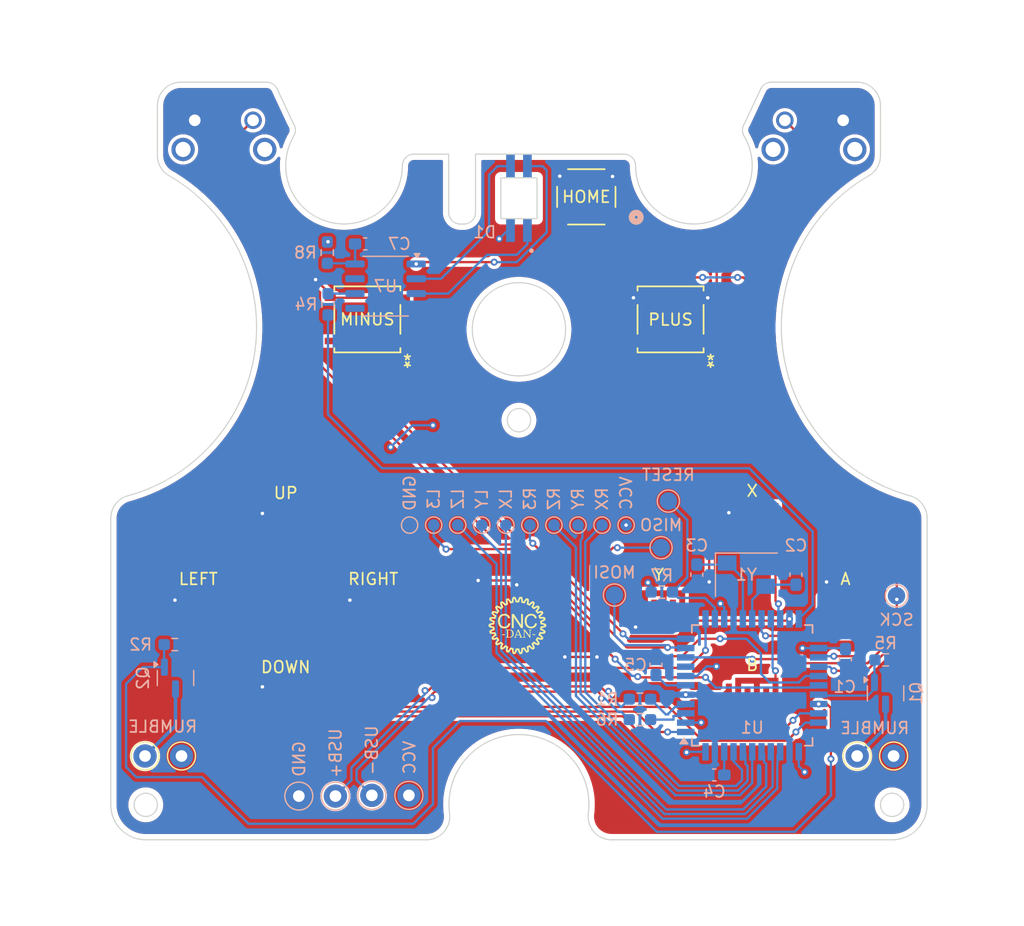
<source format=kicad_pcb>
(kicad_pcb (version 20240108) (generator "pcbnew") (generator_version "8.0")
  (layers (0 "F.Cu" signal) (31 "B.Cu" signal) (34 "B.Paste" user) (35 "F.Paste" user) (36 "B.SilkS" user "B.Silkscreen") (37 "F.SilkS" user "F.Silkscreen") (38 "B.Mask" user) (39 "F.Mask" user) (44 "Edge.Cuts" user))
  (net 0 "")
  (net 1 "GND")
  (net 2 "VCC")
  (net 3 "/A")
  (net 4 "/B")
  (net 5 "/X")
  (net 6 "/Y")
  (net 7 "/UP")
  (net 8 "/DOWN")
  (net 9 "/LEFT")
  (net 10 "/RIGHT")
  (net 11 "Net-(U1-XTAL1)")
  (net 12 "/R1")
  (net 13 "/L1")
  (net 14 "Net-(U1-XTAL2)")
  (net 15 "Net-(U1-AREF)")
  (net 16 "Net-(U1-UCAP)")
  (net 17 "/D22_P")
  (net 18 "/D22_N")
  (net 19 "/L3")
  (net 20 "/LX")
  (net 21 "/LZ")
  (net 22 "/LY")
  (net 23 "/RX LED")
  (net 24 "Net-(U1-~{RESET})")
  (net 25 "/RZ")
  (net 26 "/RY")
  (net 27 "/HOME")
  (net 28 "/R3")
  (net 29 "/SMALL_MOTOR")
  (net 30 "/MINUS")
  (net 31 "/RX")
  (net 32 "/LARGE_MOTOR")
  (net 33 "/PLUS")
  (net 38 "Net-(U7-VDD)")
  (net 39 "/LED")
  (net 40 "Net-(U7-DIN)")
  (net 41 "Net-(D1-GA)")
  (net 42 "Net-(D1-BA)")
  (net 44 "Net-(D1-RA)")
  (net 46 "/D_P")
  (net 47 "/D_N")
  (net 48 "Net-(Q1-D)")
  (net 49 "Net-(Q2-D)")
  (footprint "Parts:Membrane Button Small" (layer "F.Cu") (at 165 113.1 90)
    (property "Reference" "SW4" (hide yes))
    (property "Value" "Y")
  )
  (footprint "Parts:Membrane Button Small" (layer "F.Cu") (at 181 113.1 90)
    (property "Reference" "SW1" (hide yes))
    (property "Value" "A")
  )
  (footprint "TestPoint:TestPoint_THTPad_D2.0mm_Drill1.0mm" (layer "F.Cu") (at 124.0625 125.5625)
    (property "Reference" "M2_P1" (hide yes))
    (property "Value" "MOSI")
  )
  (footprint "Parts:SMT_FS" (layer "F.Cu") (at 140 88.1 180)
    (property "Reference" "U5" (hide yes))
    (property "Value" "MINUS")
  )
  (footprint "TestPoint:TestPoint_THTPad_D2.0mm_Drill1.0mm" (layer "F.Cu") (at 182 125.5625)
    (property "Reference" "M1_N1" (hide yes))
    (property "Value" "MOSI")
  )
  (footprint "TestPoint:TestPoint_THTPad_D2.0mm_Drill1.0mm" (layer "F.Cu") (at 120.9375 125.5625)
    (property "Reference" "M2_N1" (hide yes))
    (property "Value" "MOSI")
  )
  (footprint "Parts:Membrane Button Small" (layer "F.Cu") (at 125.5 113.1 90)
    (property "Reference" "SW7" (hide yes))
    (property "Value" "LEFT")
  )
  (footprint "Parts:MJTP1117" (layer "F.Cu") (at 174.8 73.52 180)
    (property "Reference" "U2" (hide yes))
    (property "Value" "~")
  )
  (footprint "TestPoint:TestPoint_THTPad_D2.0mm_Drill1.0mm" (layer "F.Cu") (at 185.125 125.5625)
    (property "Reference" "M1_P1" (hide yes))
    (property "Value" "MOSI")
  )
  (footprint "Parts:TL3315NF100Q_EWI" (layer "F.Cu") (at 158.774999 77.587712 180)
    (property "Reference" "SW9" (hide yes))
    (property "Value" "HOME")
  )
  (footprint "Parts:Membrane Button Small" (layer "F.Cu") (at 133 120.6 90)
    (property "Reference" "SW6" (hide yes))
    (property "Value" "DOWN")
  )
  (footprint "Parts:SMT_FS" (layer "F.Cu") (at 166 88.1 180)
    (property "Reference" "U6" (hide yes))
    (property "Value" "PLUS")
  )
  (footprint "Parts:Membrane Button Small" (layer "F.Cu") (at 140.5 113.1 90)
    (property "Reference" "SW8" (hide yes))
    (property "Value" "RIGHT")
  )
  (footprint "Parts:Membrane Button Small" (layer "F.Cu") (at 133 105.6 90)
    (property "Reference" "SW5" (hide yes))
    (property "Value" "UP")
  )
  (footprint "Parts:Membrane Button Small" (layer "F.Cu") (at 173 105.6 90)
    (property "Reference" "SW3" (hide yes))
    (property "Value" "X")
  )
  (footprint "Parts:Membrane Button Small" (layer "F.Cu") (at 173 120.6 90)
    (property "Reference" "SW2" (hide yes))
    (property "Value" "B")
  )
  (footprint "Capacitor_SMD:C_0603_1608Metric_Pad1.08x0.95mm_HandSolder" (layer "B.Cu") (at 168.25 110 90)
    (property "Reference" "C3")
    (property "Value" "22pF")
  )
  (footprint "TestPoint:TestPoint_Pad_D1.0mm" (layer "B.Cu") (at 151.875 105.75 180)
    (property "Reference" "LX1" (hide yes))
    (property "Value" "LX")
  )
  (footprint "Resistor_SMD:R_0603_1608Metric_Pad0.98x0.95mm_HandSolder" (layer "B.Cu") (at 136.625 86.8125 90)
    (property "Reference" "R4")
    (property "Value" "R33")
  )
  (footprint "TestPoint:TestPoint_THTPad_D2.0mm_Drill1.0mm" (layer "B.Cu") (at 140.3875 128.9375 90)
    (property "Reference" "USB-1" (hide yes))
    (property "Value" "USB-")
  )
  (footprint "TestPoint:TestPoint_THTPad_D2.0mm_Drill1.0mm" (layer "B.Cu") (at 134.125 129 90)
    (property "Reference" "GND2" (hide yes))
    (property "Value" "GND")
  )
  (footprint "Resistor_SMD:R_0603_1608Metric_Pad0.98x0.95mm_HandSolder" (layer "B.Cu") (at 123.4875 116 180)
    (property "Reference" "R2")
    (property "Value" "10K")
  )
  (footprint "Capacitor_SMD:C_0603_1608Metric_Pad1.08x0.95mm_HandSolder" (layer "B.Cu") (at 176.75 110 -90)
    (property "Reference" "C2")
    (property "Value" "22pF")
  )
  (footprint "Capacitor_SMD:C_0603_1608Metric_Pad1.08x0.95mm_HandSolder" (layer "B.Cu") (at 164.75 117.75 -90)
    (property "Reference" "C5")
    (property "Value" "1uF")
  )
  (footprint "Parts:MJTP1117" (layer "B.Cu") (at 131.2 73.52)
    (property "Reference" "U4" (hide yes))
    (property "Value" "~")
  )
  (footprint "TestPoint:TestPoint_Pad_D1.5mm" (layer "B.Cu") (at 161.1875 111.75 -90)
    (property "Reference" "MO_1" (hide yes))
    (property "Value" "MOSI")
  )
  (footprint "TestPoint:TestPoint_Pad_D1.0mm" (layer "B.Cu") (at 143.625 105.75 180)
    (property "Reference" "GND1" (hide yes))
    (property "Value" "GND")
  )
  (footprint "Package_TO_SOT_SMD:SOT-23" (layer "B.Cu") (at 184.4375 120.1875 -90)
    (property "Reference" "Q1")
    (property "Value" "2N7002")
  )
  (footprint "Capacitor_SMD:C_0603_1608Metric_Pad1.08x0.95mm_HandSolder" (layer "B.Cu") (at 139.8125 81.625 180)
    (property "Reference" "C7")
    (property "Value" "0.1uF")
  )
  (footprint "TestPoint:TestPoint_THTPad_D2.0mm_Drill1.0mm" (layer "B.Cu") (at 137.2625 129 90)
    (property "Reference" "USB+1" (hide yes))
    (property "Value" "USB+")
  )
  (footprint "TestPoint:TestPoint_Pad_D1.0mm" (layer "B.Cu") (at 149.8125 105.75 180)
    (property "Reference" "LY1" (hide yes))
    (property "Value" "LY")
  )
  (footprint "Resistor_SMD:R_0603_1608Metric_Pad0.98x0.95mm_HandSolder" (layer "B.Cu") (at 136.5625 82.375 -90)
    (property "Reference" "R8")
    (property "Value" "100R")
  )
  (footprint "TestPoint:TestPoint_Pad_D1.0mm" (layer "B.Cu") (at 147.75 105.75 180)
    (property "Reference" "LZ1" (hide yes))
    (property "Value" "LZ")
  )
  (footprint "Capacitor_SMD:C_0603_1608Metric_Pad1.08x0.95mm_HandSolder" (layer "B.Cu") (at 169.75 127.1875)
    (property "Reference" "C4")
    (property "Value" "0.1uF")
  )
  (footprint "TestPoint:TestPoint_Pad_D1.5mm" (layer "B.Cu") (at 165.8125 103.6875 -90)
    (property "Reference" "R_1" (hide yes))
    (property "Value" "RESET")
  )
  (footprint "TestPoint:TestPoint_Pad_D1.5mm" (layer "B.Cu") (at 165.1875 107.6875 180)
    (property "Reference" "MI_1" (hide yes))
    (property "Value" "MISO")
  )
  (footprint "Package_TO_SOT_SMD:SOT-23" (layer "B.Cu") (at 123.55 118.875 -90)
    (property "Reference" "Q2")
    (property "Value" "2N7002")
  )
  (footprint "Capacitor_SMD:C_0603_1608Metric_Pad1.08x0.95mm_HandSolder" (layer "B.Cu") (at 181 117.25 90)
    (property "Reference" "C1")
    (property "Value" "1uF")
  )
  (footprint "TestPoint:TestPoint_Pad_D1.0mm" (layer "B.Cu") (at 158.0625 105.75 180)
    (property "Reference" "RY1" (hide yes))
    (property "Value" "RY")
  )
  (footprint "Resistor_SMD:R_0603_1608Metric_Pad0.98x0.95mm_HandSolder" (layer "B.Cu") (at 184.4375 117.3125 180)
    (property "Reference" "R5")
    (property "Value" "10K")
  )
  (footprint "Resistor_SMD:R_0603_1608Metric_Pad0.98x0.95mm_HandSolder" (layer "B.Cu") (at 163.375 122.4375 180)
    (property "Reference" "R6")
    (property "Value" "22r")
  )
  (footprint "Resistor_SMD:R_0603_1608Metric_Pad0.98x0.95mm_HandSolder" (layer "B.Cu") (at 165.25 111.5 180)
    (property "Reference" "R7")
    (property "Value" "10K")
  )
  (footprint "TestPoint:TestPoint_Pad_D1.0mm" (layer "B.Cu") (at 145.6875 105.75 180)
    (property "Reference" "L3" (hide yes))
    (property "Value" "L3")
  )
  (footprint "Crystal:Crystal_SMD_5032-4Pin_5.0x3.2mm" (layer "B.Cu") (at 172.5 110)
    (property "Reference" "Y1")
    (property "Value" "Crystal_GND24")
  )
  (footprint "Package_QFP:TQFP-44_10x10mm_P0.8mm" (layer "B.Cu") (at 173 119.5)
    (property "Reference" "U1")
    (property "Value" "ATmega32U4-A")
  )
  (footprint "TestPoint:TestPoint_Pad_D1.0mm" (layer "B.Cu") (at 160.125 105.75 180)
    (property "Reference" "RX1" (hide yes))
    (property "Value" "RX")
  )
  (footprint "Resistor_SMD:R_0603_1608Metric_Pad0.98x0.95mm_HandSolder" (layer "B.Cu") (at 163.375 120.6875 180)
    (property "Reference" "R1")
    (property "Value" "22r")
  )
  (footprint "TestPoint:TestPoint_Pad_D1.0mm" (layer "B.Cu") (at 162.1875 105.75 180)
    (property "Reference" "VCC1" (hide yes))
    (property "Value" "VCC")
  )
  (footprint "Package_SO:SOP-8_3.9x4.9mm_P1.27mm" (layer "B.Cu") (at 141.5625 85.25 180)
    (property "Reference" "U7")
    (property "Value" "WS2811")
  )
  (footprint "TestPoint:TestPoint_Pad_D1.0mm" (layer "B.Cu") (at 156 105.75 180)
    (property "Reference" "RZ1" (hide yes))
    (property "Value" "RZ")
  )
  (footprint "TestPoint:TestPoint_THTPad_D2.0mm_Drill1.0mm" (layer "B.Cu") (at 143.5625 128.9375 90)
    (property "Reference" "VCC2" (hide yes))
    (property "Value" "VCC")
  )
  (footprint "TestPoint:TestPoint_Pad_D1.5mm" (layer "B.Cu") (at 185.375 111.8125 -90)
    (property "Reference" "S_1" (hide yes))
    (property "Value" "SCK")
  )
  (footprint "Parts:LED_T36K3BGR-05D000121U1930" (layer "B.Cu") (at 152.999999 77.706356 90)
    (property "Reference" "D1")
    (property "Value" "LED_BRGK")
  )
  (footprint "TestPoint:TestPoint_Pad_D1.0mm" (layer "B.Cu") (at 153.9375 105.75 180)
    (property "Reference" "R3" (hide yes))
    (property "Value" "R3")
  )
  (gr_poly (pts (xy 151.363051 113.975385) (xy 151.372461 113.85838) (xy 151.400692 113.744853) (xy 151.452137 113.644431) (xy 151.531192 113.566738) (xy 151.635407 113.516992) (xy 151.762332 113.50041) (xy 151.872371 113.515356) (xy 151.961964 113.560194) (xy 152.03192 113.637789) (xy 152.083051 113.751003) (xy 152.239051 113.714141) (xy 152.198622 113.611699) (xy 152.141659 113.525799) (xy 152.068164 113.456441) (xy 151.980043 113.405535) (xy 151.879205 113.374991) (xy 151.765651 113.36481) (xy 151.613671 113.382918) (xy 151.474979 113.437241) (xy 151.393671 113.492987) (xy 151.325808 113.563649) (xy 151.271392 113.649228) (xy 151.231647 113.747585) (xy 151.2078 113.856578) (xy 151.199851 113.97621) (xy 151.215692 114.142564) (xy 151.263217 114.297866) (xy 151.311909 114.38985) (xy 151.3735 114.466103) (xy 151.447989 114.526625) (xy 151.536968 114.570506) (xy 151.64203 114.596834) (xy 151.763176 114.60561) (xy 151.881585 114.5942) (xy 151.987189 114.559972) (xy 152.079985 114.502925) (xy 152.157522 114.424149) (xy 152.217344 114.324734) (xy 152.259451 114.204678) (xy 152.101051 114.164553) (xy 152.072601 114.257273) (xy 152.030876 114.333433) (xy 151.975876 114.393032) (xy 151.909693 114.435797) (xy 151.834418 114.461457) (xy 151.750051 114.47001) (xy 151.644303 114.455884) (xy 151.546323 114.413507) (xy 151.464603 114.342568) (xy 151.407639 114.24276) (xy 151.374198 114.118794)) (stroke (width 0.01)) (fill solid) (layer "F.SilkS"))
  (gr_poly (pts (xy 154.277931 114.559972) (xy 154.370728 114.502925) (xy 154.448265 114.424149) (xy 154.508087 114.324734) (xy 154.550194 114.204678) (xy 154.391794 114.164553) (xy 154.363344 114.257273) (xy 154.321619 114.333433) (xy 154.266619 114.393032) (xy 154.200436 114.435797) (xy 154.125161 114.461457) (xy 154.040794 114.47001) (xy 153.935046 114.455884) (xy 153.837066 114.413507) (xy 153.755346 114.342568) (xy 153.698381 114.24276) (xy 153.664941 114.118794) (xy 153.653794 113.975385) (xy 153.663204 113.85838) (xy 153.691434 113.744853) (xy 153.74288 113.644431) (xy 153.821934 113.566738) (xy 153.926149 113.516992) (xy 154.053075 113.50041) (xy 154.163114 113.515356) (xy 154.252706 113.560194) (xy 154.322663 113.637789) (xy 154.373794 113.751003) (xy 154.529794 113.714141) (xy 154.489365 113.611699) (xy 154.432402 113.525799) (xy 154.358906 113.456441) (xy 154.270786 113.405535) (xy 154.169948 113.374991) (xy 154.056394 113.36481) (xy 153.904413 113.382918) (xy 153.765722 113.437241) (xy 153.684414 113.492987) (xy 153.616551 113.563649) (xy 153.562134 113.649228) (xy 153.52239 113.747585) (xy 153.498543 113.856578) (xy 153.490594 113.97621) (xy 153.506435 114.142564) (xy 153.553959 114.297866) (xy 153.602652 114.38985) (xy 153.664243 114.466103) (xy 153.738731 114.526625) (xy 153.827711 114.570506) (xy 153.932773 114.596834) (xy 154.053919 114.60561) (xy 154.172328 114.5942)) (stroke (width 0.01)) (fill solid) (layer "F.SilkS"))
  (gr_poly (pts (xy 155.182952 114.988222) (xy 155.211851 114.870382) (xy 155.046028 114.754418) (xy 154.888163 114.694767) (xy 154.910764 114.504819) (xy 155.077589 114.488137) (xy 155.266486 114.415983) (xy 155.266345 114.294651) (xy 155.077589 114.221741) (xy 154.910035 114.201603) (xy 154.886522 114.011766) (xy 155.044507 113.955645) (xy 155.210648 113.840381) (xy 155.181474 113.722609) (xy 154.980754 113.69699) (xy 154.81325 113.717535) (xy 154.744989 113.538842) (xy 154.884953 113.446543) (xy 155.018682 113.294868) (xy 154.962171 113.1875) (xy 154.761152 113.210661) (xy 154.603432 113.270695) (xy 154.494391 113.11353) (xy 154.608199 112.990418) (xy 154.701744 112.811148) (xy 154.62118 112.720424) (xy 154.431546 112.791018) (xy 154.292776 112.887052) (xy 154.149291 112.76055) (xy 154.230329 112.613779) (xy 154.278253 112.417331) (xy 154.178319 112.348524) (xy 154.01109 112.462449) (xy 153.899335 112.588903) (xy 153.729745 112.500415) (xy 153.773304 112.338515) (xy 153.772823 112.136306) (xy 153.659325 112.093414) (xy 153.52422 112.24405) (xy 153.445974 112.393574) (xy 153.260136 112.348242) (xy 153.263684 112.180623) (xy 153.214825 111.984405) (xy 153.094361 111.969921) (xy 152.999231 112.148512) (xy 152.959042 112.312416) (xy 152.767756 112.312876) (xy 152.731087 112.149278) (xy 152.63669 111.970455) (xy 152.51626 111.985221) (xy 152.466633 112.181389) (xy 152.466838 112.350148) (xy 152.28122 112.396372) (xy 152.206464 112.246304) (xy 152.072015 112.095268) (xy 151.958618 112.138425) (xy 151.95738 112.340769) (xy 151.997965 112.504575) (xy 151.828803 112.593878) (xy 151.720306 112.46606) (xy 151.553619 112.351589) (xy 151.453845 112.420629) (xy 151.501067 112.61739) (xy 151.579674 112.766724) (xy 151.436799 112.893914) (xy 151.300866 112.795776) (xy 151.111628 112.724522) (xy 151.031276 112.815434) (xy 151.124213 112.995176) (xy 151.236275 113.121358) (xy 151.12799 113.279045) (xy 150.972521 113.216289) (xy 150.771729 113.192394) (xy 150.715469 113.299893) (xy 150.848721 113.452171) (xy 150.987723 113.547869) (xy 150.920322 113.726888) (xy 150.754352 113.703162) (xy 150.553676 113.728013) (xy 150.524777 113.845853) (xy 150.690599 113.961816) (xy 150.848464 114.021468) (xy 150.825864 114.211415) (xy 150.659039 114.228098) (xy 150.470141 114.300252) (xy 150.470283 114.421583) (xy 150.659039 114.494493) (xy 150.826592 114.514632) (xy 150.850105 114.704469) (xy 150.69212 114.76059) (xy 150.525979 114.875854) (xy 150.555154 114.993626) (xy 150.755873 115.019245) (xy 150.923377 114.9987) (xy 150.991638 115.177393) (xy 150.851675 115.269692) (xy 150.717946 115.421366) (xy 150.774457 115.528734) (xy 150.975475 115.505574) (xy 151.133195 115.44554) (xy 151.242236 115.602704) (xy 151.128429 115.725817) (xy 151.034884 115.905087) (xy 151.115448 115.995811) (xy 151.305082 115.925217) (xy 151.443852 115.829182) (xy 151.587336 115.955685) (xy 151.506298 116.102456) (xy 151.458374 116.298903) (xy 151.558308 116.367711) (xy 151.725538 116.253786) (xy 151.837293 116.127332) (xy 152.006882 116.21582) (xy 151.963324 116.37772) (xy 151.963805 116.579928) (xy 152.077302 116.622821) (xy 152.212408 116.472185) (xy 152.290653 116.322661) (xy 152.476491 116.367993) (xy 152.472943 116.535612) (xy 152.521802 116.73183) (xy 152.642266 116.746314) (xy 152.737397 116.567723) (xy 152.777585 116.403818) (xy 152.968871 116.403359) (xy 153.005541 116.566956) (xy 153.099938 116.74578) (xy 153.220368 116.731014) (xy 153.269994 116.534846) (xy 153.26979 116.366087) (xy 153.455408 116.319863) (xy 153.530163 116.469931) (xy 153.664612 116.620967) (xy 153.778009 116.57781) (xy 153.779247 116.375466) (xy 153.738662 116.211659) (xy 153.907824 116.122357) (xy 154.016321 116.250175) (xy 154.183009 116.364646) (xy 154.282782 116.295605) (xy 154.23556 116.098845) (xy 154.156953 115.949511) (xy 154.299828 115.82232) (xy 154.435761 115.920459) (xy 154.625 115.991713) (xy 154.705351 115.900801) (xy 154.612414 115.721059) (xy 154.500353 115.594876) (xy 154.608638 115.437189) (xy 154.764107 115.499945) (xy 154.964899 115.523841) (xy 155.021159 115.416341) (xy 154.887907 115.264064) (xy 154.748904 115.168366) (xy 154.816306 114.989347) (xy 154.982276 115.013073)) (stroke (width 0.15)) (fill none) (layer "F.SilkS"))
  (gr_poly (pts (xy 152.395254 113.38521) (xy 152.395254 114.58521) (xy 152.547654 114.58521) (xy 152.547654 113.643247) (xy 153.176641 114.58521) (xy 153.339654 114.58521) (xy 153.339654 113.38521) (xy 153.187254 113.38521) (xy 153.187254 114.327153) (xy 152.558266 113.38521)) (stroke (width 0.01)) (fill solid) (layer "F.SilkS"))
  (gr_line (start 172.468434 71.034455) (end 173.730788 68.327327) (stroke (width 0.1)) (layer "Edge.Cuts"))
  (gr_circle (center 121 129.75) (end 122 129.75) (stroke (width 0.1)) (fill none) (layer "Edge.Cuts"))
  (gr_arc (start 147.974998 79.92135) (mid 147.267892 79.628457) (end 146.974999 78.921352) (stroke (width 0.1)) (layer "Edge.Cuts"))
  (gr_arc (start 131.362929 67.75) (mid 131.900229 67.906609) (end 132.269238 68.327382) (stroke (width 0.1)) (layer "Edge.Cuts"))
  (gr_arc (start 147.049777 130.492911) (mid 152.999999 123.721642) (end 158.950221 130.492911) (stroke (width 0.1)) (layer "Edge.Cuts"))
  (gr_line (start 143.999997 73.92135) (end 146.974999 73.92135) (stroke (width 0.1)) (layer "Edge.Cuts"))
  (gr_arc (start 118 105.160804) (mid 118.409587 103.948126) (end 119.470588 103.232145) (stroke (width 0.1)) (layer "Edge.Cuts"))
  (gr_arc (start 123 75.776825) (mid 130.377576 90.679736) (end 119.470588 103.232145) (stroke (width 0.1)) (layer "Edge.Cuts"))
  (gr_arc (start 133.705153 71.372535) (mid 133.833508 71.873301) (end 133.694636 72.371253) (stroke (width 0.1)) (layer "Edge.Cuts"))
  (gr_line (start 149.274999 73.92135) (end 162 73.92135) (stroke (width 0.1)) (layer "Edge.Cuts"))
  (gr_line (start 146.974999 73.92135) (end 146.974999 78.921352) (stroke (width 0.1)) (layer "Edge.Cuts"))
  (gr_circle (center 153 96.75) (end 154 96.75) (stroke (width 0.1)) (fill none) (layer "Edge.Cuts"))
  (gr_line (start 132.269238 68.327382) (end 133.531553 71.034427) (stroke (width 0.1)) (layer "Edge.Cuts"))
  (gr_arc (start 160.93363 132.75) (mid 159.431269 132.070194) (end 158.950221 130.492911) (stroke (width 0.1)) (layer "Edge.Cuts"))
  (gr_arc (start 123 75.776825) (mid 122.267949 75.044774) (end 122 74.044774) (stroke (width 0.1)) (layer "Edge.Cuts"))
  (gr_line (start 149.274999 78.92135) (end 149.274999 73.92135) (stroke (width 0.1)) (layer "Edge.Cuts"))
  (gr_arc (start 172.468434 71.034455) (mid 172.384854 71.205146) (end 172.294846 71.372536) (stroke (width 0.1)) (layer "Edge.Cuts"))
  (gr_arc (start 133.705153 71.372535) (mid 133.615139 71.205131) (end 133.531553 71.034427) (stroke (width 0.1)) (layer "Edge.Cuts"))
  (gr_arc (start 172.305363 72.371255) (mid 169.320886 79.736028) (end 163.000003 74.920069) (stroke (width 0.1)) (layer "Edge.Cuts"))
  (gr_line (start 121.000001 132.75) (end 145.066371 132.75) (stroke (width 0.1)) (layer "Edge.Cuts"))
  (gr_line (start 188 129.75) (end 188 105.1608) (stroke (width 0.1)) (layer "Edge.Cuts"))
  (gr_arc (start 172.305363 72.371255) (mid 172.16649 71.873302) (end 172.294846 71.372536) (stroke (width 0.1)) (layer "Edge.Cuts"))
  (gr_arc (start 186.529412 103.232145) (mid 187.59041 103.948124) (end 188 105.1608) (stroke (width 0.1)) (layer "Edge.Cuts"))
  (gr_arc (start 188 129.75) (mid 187.12132 131.87132) (end 185 132.75) (stroke (width 0.1)) (layer "Edge.Cuts"))
  (gr_arc (start 121.000001 132.75) (mid 118.87868 131.87132) (end 118 129.749999) (stroke (width 0.1)) (layer "Edge.Cuts"))
  (gr_circle (center 153 88.95) (end 157 88.95) (stroke (width 0.1)) (fill none) (layer "Edge.Cuts"))
  (gr_arc (start 149.274999 78.92135) (mid 148.982107 79.628456) (end 148.275001 79.92135) (stroke (width 0.1)) (layer "Edge.Cuts"))
  (gr_line (start 160.93363 132.75) (end 185 132.75) (stroke (width 0.1)) (layer "Edge.Cuts"))
  (gr_line (start 182 67.75) (end 174.63707 67.75) (stroke (width 0.1)) (layer "Edge.Cuts"))
  (gr_arc (start 182 67.75) (mid 183.414214 68.335786) (end 184 69.75) (stroke (width 0.1)) (layer "Edge.Cuts"))
  (gr_arc (start 142.999995 74.920069) (mid 136.679111 79.736034) (end 133.694636 72.371253) (stroke (width 0.1)) (layer "Edge.Cuts"))
  (gr_arc (start 142.999995 74.920069) (mid 143.293342 74.21379) (end 143.999997 73.92135) (stroke (width 0.1)) (layer "Edge.Cuts"))
  (gr_line (start 118 105.160804) (end 118 129.749999) (stroke (width 0.1)) (layer "Edge.Cuts"))
  (gr_line (start 131.362929 67.75) (end 123.999998 67.75) (stroke (width 0.1)) (layer "Edge.Cuts"))
  (gr_line (start 147.974998 79.92135) (end 148.275001 79.92135) (stroke (width 0.1)) (layer "Edge.Cuts"))
  (gr_arc (start 122 69.749998) (mid 122.585786 68.335786) (end 123.999998 67.75) (stroke (width 0.1)) (layer "Edge.Cuts"))
  (gr_arc (start 147.049777 130.492911) (mid 146.568732 132.070193) (end 145.066371 132.75) (stroke (width 0.1)) (layer "Edge.Cuts"))
  (gr_circle (center 185 129.75) (end 186 129.75) (stroke (width 0.1)) (fill none) (layer "Edge.Cuts"))
  (gr_arc (start 184 74.0448) (mid 183.732046 75.044782) (end 183 75.776825) (stroke (width 0.1)) (layer "Edge.Cuts"))
  (gr_arc (start 186.529412 103.232145) (mid 175.622424 90.679736) (end 183 75.776825) (stroke (width 0.1)) (layer "Edge.Cuts"))
  (gr_arc (start 173.730788 68.327327) (mid 174.099787 67.906579) (end 174.63707 67.75) (stroke (width 0.1)) (layer "Edge.Cuts"))
  (gr_line (start 184 69.75) (end 184 74.0448) (stroke (width 0.1)) (layer "Edge.Cuts"))
  (gr_rect (start 151.449999 75.956356) (end 154.549999 79.456356) (stroke (width 0.1)) (fill none) (layer "Edge.Cuts"))
  (gr_line (start 122 74.044774) (end 122 69.749998) (stroke (width 0.1)) (layer "Edge.Cuts"))
  (gr_arc (start 162 73.92135) (mid 162.706671 74.213787) (end 163.000003 74.920069) (stroke (width 0.1)) (layer "Edge.Cuts"))
  (gr_text "RUMBLE" (at 186.5625 123.75 0) (layer "B.SilkS") (effects (font (size 1 1)) (justify left bottom mirror)))
  (gr_text "RUMBLE" (at 125.5 123.625 0) (layer "B.SilkS") (effects (font (size 1 1)) (justify left bottom mirror)))
  (gr_text "-DAN-" (at 151.515409 115.522835 0) (layer "F.SilkS") (effects (font (size 0.68 0.68)) (justify left bottom)))
  (segment (start 143.18135 86.2458) (end 136.81865 86.2458) (width 0.2) (layer "F.Cu") (net 1))
  (segment (start 159.6875 117.0625) (end 156.9375 117.0625) (width 0.2) (layer "F.Cu") (net 1))
  (segment (start 123.5 112.25) (end 123.5 112.1875) (width 0.2) (layer "F.Cu") (net 1))
  (segment (start 152.4375 110.5) (end 152.8125 110.875) (width 0.2) (layer "F.Cu") (net 1))
  (segment (start 179 112.25) (end 179 111) (width 0.2) (layer "F.Cu") (net 1))
  (segment (start 125.2 71.02) (end 125.27 71.02) (width 0.2) (layer "F.Cu") (net 1))
  (segment (start 169.3125 106.375) (end 171 104.6875) (width 0.2) (layer "F.Cu") (net 1))
  (segment (start 131 119.75) (end 131 119.625) (width 0.2) (layer "F.Cu") (net 1))
  (segment (start 136.81865 86.2458) (end 136.81865 85.94365) (width 0.2) (layer "F.Cu") (net 1))
  (segment (start 149.5 110.5) (end 152.4375 110.5) (width 0.2) (layer "F.Cu") (net 1))
  (segment (start 179 111) (end 179.375 110.625) (width 0.2) (layer "F.Cu") (net 1))
  (segment (start 170.45 120.3) (end 167.3 120.3) (width 0.2) (layer "F.Cu") (net 1))
  (segment (start 171 104.75) (end 171 104.6875) (width 0.2) (layer "F.Cu") (net 1))
  (segment (start 138.5 112.25) (end 138.5 112.1875) (width 0.2) (layer "F.Cu") (net 1))
  (segment (start 171 119.75) (end 170.45 120.3) (width 0.2) (layer "F.Cu") (net 1))
  (segment (start 136.81865 85.94365) (end 135.5625 84.6875) (width 0.2) (layer "F.Cu") (net 1))
  (segment (start 169.3125 110.625) (end 169.3125 106.375) (width 0.2) (layer "F.Cu") (net 1))
  (via (at 131 104.75) (size 0.6) (drill 0.3) (layers "F.Cu" "B.Cu") (net 1))
  (via (at 138.5 112.1875) (size 0.6) (drill 0.3) (layers "F.Cu" "B.Cu") (net 1))
  (via (at 149.5 110.5) (size 0.6) (drill 0.3) (layers "F.Cu" "B.Cu") (net 1))
  (via (at 156.9375 117.0625) (size 0.6) (drill 0.3) (layers "F.Cu" "B.Cu") (net 1))
  (via (at 162.81865 86.2458) (size 0.6) (drill 0.3) (layers "F.Cu" "B.Cu") (net 1))
  (via (at 167.3 120.3) (size 0.6) (drill 0.3) (layers "F.Cu" "B.Cu") (net 1))
  (via (at 163 114.5) (size 0.6) (drill 0.3) (layers "F.Cu" "B.Cu") (net 1))
  (via (at 179.375 110.625) (size 0.6) (drill 0.3) (layers "F.Cu" "B.Cu") (net 1))
  (via (at 152.8125 110.875) (size 0.6) (drill 0.3) (layers "F.Cu" "B.Cu") (net 1))
  (via (at 161.025 75.83771) (size 0.6) (drill 0.3) (layers "F.Cu" "B.Cu") (net 1))
  (via (at 123.5 112.1875) (size 0.6) (drill 0.3) (layers "F.Cu" "B.Cu") (net 1))
  (via (at 169.1875 86.25) (size 0.6) (drill 0.3) (layers "F.Cu" "B.Cu") (net 1))
  (via (at 156.5 75.8125) (size 0.6) (drill 0.3) (layers "F.Cu" "B.Cu") (net 1))
  (via (at 169.3125 110.625) (size 0.6) (drill 0.3) (layers "F.Cu" "B.Cu") (net 1))
  (via (at 135.5625 84.6875) (size 0.6) (drill 0.3) (layers "F.Cu" "B.Cu") (net 1))
  (via (at 131 119.625) (size 0.6) (drill 0.3) (layers "F.Cu" "B.Cu") (net 1))
  (via (at 159.6875 117.0625) (size 0.6) (drill 0.3) (layers "F.Cu" "B.Cu") (net 1))
  (via (at 171 104.6875) (size 0.6) (drill 0.3) (layers "F.Cu" "B.Cu") (net 1))
  (segment (start 170.85 111) (end 169.6875 111) (width 0.2) (layer "B.Cu") (net 1))
  (segment (start 169.6875 111) (end 169.3125 110.625) (width 0.2) (layer "B.Cu") (net 1))
  (segment (start 164.0625 110.6875) (end 164.0625 110.1875) (width 0.2) (layer "F.Cu") (net 2))
  (segment (start 164.0625 110.1875) (end 162.1875 108.3125) (width 0.2) (layer "F.Cu") (net 2))
  (segment (start 162.1875 108.3125) (end 162.1875 105.75) (width 0.2) (layer "F.Cu") (net 2))
  (via (at 145.625 97.1875) (size 0.6) (drill 0.3) (layers "F.Cu" "B.Cu") (net 2))
  (via (at 151.3125 81.1875) (size 0.6) (drill 0.3) (layers "F.Cu" "B.Cu") (net 2))
  (via (at 142 99.0625) (size 0.6) (drill 0.3) (layers "F.Cu" "B.Cu") (net 2))
  (via (at 169.9375 117.875) (size 0.6) (drill 0.3) (layers "F.Cu" "B.Cu") (net 2))
  (via (at 167.375 125.25) (size 0.6) (drill 0.3) (layers "F.Cu" "B.Cu") (net 2))
  (via (at 168.625 122.6875) (size 0.6) (drill 0.3) (layers "F.Cu" "B.Cu") (net 2))
  (via (at 177.5 126.9375) (size 0.6) (drill 0.3) (layers "F.Cu" "B.Cu") (net 2))
  (via (at 170.273612 112.481635) (size 0.6) (drill 0.3) (layers "F.Cu" "B.Cu") (net 2))
  (via (at 177.3125 116.3125) (size 0.6) (drill 0.3) (layers "F.Cu" "B.Cu") (net 2))
  (via (at 136.625 81.4375) (size 0.6) (drill 0.3) (layers "F.Cu" "B.Cu") (net 2))
  (via (at 162.1875 105.75) (size 0.6) (drill 0.3) (layers "F.Cu" "B.Cu") (net 2))
  (via (at 164.0625 110.6875) (size 0.6) (drill 0.3) (layers "F.Cu" "B.Cu") (net 2))
  (segment (start 178.7 116.3) (end 177.325 116.3) (width 0.2) (layer "B.Cu") (net 2))
  (segment (start 177 125.2) (end 177 126.4375) (width 0.2) (layer "B.Cu") (net 2))
  (segment (start 180.9125 116.3) (end 181 116.3875) (width 0.2) (layer "B.Cu") (net 2))
  (segment (start 170.6 112.808023) (end 170.273612 112.481635) (width 0.2) (layer "B.Cu") (net 2))
  (segment (start 168.6125 122.7) (end 168.625 122.6875) (width 0.2) (layer "B.Cu") (net 2))
  (segment (start 164.3375 110.9625) (end 164.3375 111.5) (width 0.2) (layer "B.Cu") (net 2))
  (segment (start 136.5625 81.4625) (end 136.6 81.4625) (width 0.2) (layer "B.Cu") (net 2))
  (segment (start 145.625 97.1875) (end 143.875 97.1875) (width 0.2) (layer "B.Cu") (net 2))
  (segment (start 143.875 97.1875) (end 142 99.0625) (width 0.2) (layer "B.Cu") (net 2))
  (segment (start 167.425 125.2) (end 167.375 125.25) (width 0.2) (layer "B.Cu") (net 2))
  (segment (start 170.6 113.8) (end 170.6 112.808023) (width 0.2) (layer "B.Cu") (net 2))
  (segment (start 178.7 116.3) (end 180.9125 116.3) (width 0.2) (layer "B.Cu") (net 2))
  (segment (start 167.3 122.7) (end 168.6125 122.7) (width 0.2) (layer "B.Cu") (net 2))
  (segment (start 177.325 116.3) (end 177.3125 116.3125) (width 0.2) (layer "B.Cu") (net 2))
  (segment (start 169 125.2) (end 167.425 125.2) (width 0.2) (layer "B.Cu") (net 2))
  (segment (start 152.274999 80.456356) (end 152.043644 80.456356) (width 0.2) (layer "B.Cu") (net 2))
  (segment (start 136.6 81.4625) (end 136.625 81.4375) (width 0.2) (layer "B.Cu") (net 2))
  (segment (start 168.263971 118.7) (end 169.088971 117.875) (width 0.2) (layer "B.Cu") (net 2))
  (segment (start 167.3 118.7) (end 168.263971 118.7) (width 0.2) (layer "B.Cu") (net 2))
  (segment (start 164.0625 110.6875) (end 164.3375 110.9625) (width 0.2) (layer "B.Cu") (net 2))
  (segment (start 152.043644 80.456356) (end 151.3125 81.1875) (width 0.2) (layer "B.Cu") (net 2))
  (segment (start 177 126.4375) (end 177.5 126.9375) (width 0.2) (layer "B.Cu") (net 2))
  (segment (start 169.088971 117.875) (end 169.9375 117.875) (width 0.2) (layer "B.Cu") (net 2))
  (segment (start 182.494938 115.25) (end 183 114.744938) (width 0.2) (layer "F.Cu") (net 3))
  (segment (start 174.15 115.25) (end 182.494938 115.25) (width 0.2) (layer "F.Cu") (net 3))
  (segment (start 183 114.744938) (end 183 113.95) (width 0.2) (layer "F.Cu") (net 3))
  (via (at 174.15 115.25) (size 0.6) (drill 0.3) (layers "F.Cu" "B.Cu") (net 3))
  (segment (start 173.8 114.9) (end 173.8 113.8) (width 0.2) (layer "B.Cu") (net 3))
  (segment (start 174.15 115.25) (end 173.8 114.9) (width 0.2) (layer "B.Cu") (net 3))
  (segment (start 175 118.25) (end 175 121.45) (width 0.2) (layer "F.Cu") (net 4))
  (via (at 175 118.25) (size 0.6) (drill 0.3) (layers "F.Cu" "B.Cu") (net 4))
  (segment (start 175 118.25) (end 174.75 118) (width 0.2) (layer "B.Cu") (net 4))
  (segment (start 174.75 118) (end 174.75 113.95) (width 0.2) (layer "B.Cu") (net 4))
  (segment (start 174.75 113.95) (end 174.6 113.8) (width 0.2) (layer "B.Cu") (net 4))
  (segment (start 175 106.45) (end 175 112.25) (width 0.2) (layer "F.Cu") (net 5))
  (segment (start 175 112.25) (end 175.25 112.5) (width 0.2) (layer "F.Cu") (net 5))
  (via (at 175.25 112.5) (size 0.6) (drill 0.3) (layers "F.Cu" "B.Cu") (net 5))
  (segment (start 175.25 113.65) (end 175.4 113.8) (width 0.2) (layer "B.Cu") (net 5))
  (segment (start 175.25 112.5) (end 175.25 113.65) (width 0.2) (layer "B.Cu") (net 5))
  (segment (start 176.05 113.95) (end 176.2 113.8) (width 0.2) (layer "F.Cu") (net 6))
  (segment (start 167 113.95) (end 176.05 113.95) (width 0.2) (layer "F.Cu") (net 6))
  (via (at 176.2 113.8) (size 0.6) (drill 0.3) (layers "F.Cu" "B.Cu") (net 6))
  (segment (start 141.75 121.35) (end 165.85 121.35) (width 0.2) (layer "F.Cu") (net 7))
  (segment (start 139.35 121.35) (end 141.75 121.35) (width 0.2) (layer "F.Cu") (net 7))
  (segment (start 136.5 118.5) (end 139.35 121.35) (width 0.2) (layer "F.Cu") (net 7))
  (segment (start 165.85 121.35) (end 166.75 122.25) (width 0.2) (layer "F.Cu") (net 7))
  (segment (start 166.75 122.25) (end 168.35 123.85) (width 0.2) (layer "F.Cu") (net 7))
  (segment (start 168.35 123.85) (end 170.5 123.85) (width 0.2) (layer "F.Cu") (net 7))
  (segment (start 170.5 123.85) (end 175.15 123.85) (width 0.2) (layer "F.Cu") (net 7))
  (segment (start 135 106.45) (end 135 117) (width 0.2) (layer "F.Cu") (net 7))
  (segment (start 135 117) (end 136.5 118.5) (width 0.2) (layer "F.Cu") (net 7))
  (segment (start 175.15 123.85) (end 176.5 122.5) (width 0.2) (layer "F.Cu") (net 7))
  (via (at 176.5 122.5) (size 0.6) (drill 0.3) (layers "F.Cu" "B.Cu") (net 7))
  (segment (start 177.1 121.9) (end 178.7 121.9) (width 0.2) (layer "B.Cu") (net 7))
  (segment (start 176.5 122.5) (end 177.1 121.9) (width 0.2) (layer "B.Cu") (net 7))
  (segment (start 164.75 123.5) (end 165.75 123.5) (width 0.2) (layer "F.Cu") (net 8))
  (segment (start 163 121.75) (end 164.75 123.5) (width 0.2) (layer "F.Cu") (net 8))
  (segment (start 135.3 121.75) (end 147.75 121.75) (width 0.2) (layer "F.Cu") (net 8))
  (segment (start 147.75 121.75) (end 163 121.75) (width 0.2) (layer "F.Cu") (net 8))
  (segment (start 135 121.45) (end 135.3 121.75) (width 0.2) (layer "F.Cu") (net 8))
  (via (at 165.75 123.5) (size 0.6) (drill 0.3) (layers "F.Cu" "B.Cu") (net 8))
  (segment (start 165.75 123.5) (end 167.3 123.5) (width 0.2) (layer "B.Cu") (net 8))
  (segment (start 176 124.25) (end 176.75 123.5) (width 0.2) (layer "F.Cu") (net 9))
  (segment (start 161.9 122.15) (end 163.75 124) (width 0.2) (layer "F.Cu") (net 9))
  (segment (start 135.9 123.5) (end 137.25 122.15) (width 0.2) (layer "F.Cu") (net 9))
  (segment (start 164 124.25) (end 167 124.25) (width 0.2) (layer "F.Cu") (net 9))
  (segment (start 137.25 122.15) (end 151.5 122.15) (width 0.2) (layer "F.Cu") (net 9))
  (segment (start 127.5 121.25) (end 129.75 123.5) (width 0.2) (layer "F.Cu") (net 9))
  (segment (start 163.75 124) (end 164 124.25) (width 0.2) (layer "F.Cu") (net 9))
  (segment (start 151.5 122.15) (end 161.9 122.15) (width 0.2) (layer "F.Cu") (net 9))
  (segment (start 127.5 113.95) (end 127.5 121.25) (width 0.2) (layer "F.Cu") (net 9))
  (segment (start 167 124.25) (end 176 124.25) (width 0.2) (layer "F.Cu") (net 9))
  (segment (start 129.75 123.5) (end 135.9 123.5) (width 0.2) (layer "F.Cu") (net 9))
  (via (at 176.75 123.5) (size 0.6) (drill 0.3) (layers "F.Cu" "B.Cu") (net 9))
  (segment (start 176.75 123.5) (end 177.55 122.7) (width 0.2) (layer "B.Cu") (net 9))
  (segment (start 177.55 122.7) (end 178.7 122.7) (width 0.2) (layer "B.Cu") (net 9))
  (segment (start 146.55 118) (end 142.5 113.95) (width 0.2) (layer "F.Cu") (net 10))
  (segment (start 169 116.5) (end 167.5 118) (width 0.2) (layer "F.Cu") (net 10))
  (segment (start 167.5 118) (end 146.55 118) (width 0.2) (layer "F.Cu") (net 10))
  (via (at 169 116.5) (size 0.6) (drill 0.3) (layers "F.Cu" "B.Cu") (net 10))
  (segment (start 169 116.5) (end 169 113.8) (width 0.2) (layer "B.Cu") (net 10))
  (segment (start 173 112.15) (end 174.15 111) (width 0.2) (layer "B.Cu") (net 11))
  (segment (start 174.2875 110.8625) (end 174.15 111) (width 0.2) (layer "B.Cu") (net 11))
  (segment (start 176.75 110.8625) (end 174.2875 110.8625) (width 0.2) (layer "B.Cu") (net 11))
  (segment (start 173 113.8) (end 173 112.15) (width 0.2) (layer "B.Cu") (net 11))
  (segment (start 185.4 109.334314) (end 169.9375 93.871814) (width 0.2) (layer "F.Cu") (net 12))
  (segment (start 169.9375 89.3748) (end 169.9375 86.8453) (width 0.2) (layer "F.Cu") (net 12))
  (segment (start 182.375 117.6) (end 182.9 117.6) (width 0.2) (layer "F.Cu") (net 12))
  (segment (start 173 117.25) (end 177.25 117.25) (width 0.2) (layer "F.Cu") (net 12))
  (segment (start 169.9576 84.0424) (end 176.55 77.45) (width 0.2) (layer "F.Cu") (net 12))
  (segment (start 182.9 117.6) (end 185.4 115.1) (width 0.2) (layer "F.Cu") (net 12))
  (segment (start 185.4 115.1) (end 185.4 112.125) (width 0.2) (layer "F.Cu") (net 12))
  (segment (start 169.9375 93.871814) (end 169.9576 93.851714) (width 0.2) (layer "F.Cu") (net 12))
  (segment (start 176.55 77.45) (end 176.55 71.77) (width 0.2) (layer "F.Cu") (net 12))
  (segment (start 169.9576 89.3949) (end 169.9375 89.3748) (width 0.2) (layer "F.Cu") (net 12))
  (segment (start 177.25 117.25) (end 177.6 117.6) (width 0.2) (layer "F.Cu") (net 12))
  (segment (start 169.9576 93.851714) (end 169.9576 89.3949) (width 0.2) (layer "F.Cu") (net 12))
  (segment (start 176.55 71.77) (end 175.8 71.02) (width 0.2) (layer "F.Cu") (net 12))
  (segment (start 169.9375 86.8453) (end 169.9576 86.8252) (width 0.2) (layer "F.Cu") (net 12))
  (segment (start 177.6 117.6) (end 182.375 117.6) (width 0.2) (layer "F.Cu") (net 12))
  (segment (start 169.9576 86.8252) (end 169.9576 84.0424) (width 0.2) (layer "F.Cu") (net 12))
  (segment (start 185.4 112.125) (end 185.4 109.334314) (width 0.2) (layer "F.Cu") (net 12))
  (via (at 173 117.25) (size 0.6) (drill 0.3) (layers "F.Cu" "B.Cu") (net 12))
  (via (at 185.4 112.125) (size 0.6) (drill 0.3) (layers "F.Cu" "B.Cu") (net 12))
  (segment (start 185.375 111.8125) (end 185.375 112.1) (width 0.2) (layer "B.Cu") (net 12))
  (segment (start 185.375 112.1) (end 185.4 112.125) (width 0.2) (layer "B.Cu") (net 12))
  (segment (start 173 117.25) (end 172.85 117.1) (width 0.2) (layer "B.Cu") (net 12))
  (segment (start 172.85 117.1) (end 167.3 117.1) (width 0.2) (layer "B.Cu") (net 12))
  (segment (start 152.6625 107.4125) (end 162.25 117) (width 0.2) (layer "F.Cu") (net 13))
  (segment (start 130.2 71.02) (end 129.45 71.77) (width 0.2) (layer "F.Cu") (net 13))
  (segment (start 168.5 115.5) (end 170.25 115.5) (width 0.2) (layer "F.Cu") (net 13))
  (segment (start 162.25 117) (end 167 117) (width 0.2) (layer "F.Cu") (net 13))
  (segment (start 167 117) (end 168.5 115.5) (width 0.2) (layer "F.Cu") (net 13))
  (segment (start 151.35 107.4125) (end 152.6625 107.4125) (width 0.2) (layer "F.Cu") (net 13))
  (segment (start 134.25 90.3125) (end 151.35 107.4125) (width 0.2) (layer "F.Cu") (net 13))
  (segment (start 129.45 78.2) (end 134.25 83) (width 0.2) (layer "F.Cu") (net 13))
  (segment (start 129.45 71.77) (end 129.45 78.2) (width 0.2) (layer "F.Cu") (net 13))
  (segment (start 134.25 83) (end 134.25 90.3125) (width 0.2) (layer "F.Cu") (net 13))
  (via (at 170.25 115.5) (size 0.6) (drill 0.3) (layers "F.Cu" "B.Cu") (net 13))
  (segment (start 174.5 119.25) (end 177 119.25) (width 0.2) (layer "B.Cu") (net 13))
  (segment (start 177 119.25) (end 177.55 118.7) (width 0.2) (layer "B.Cu") (net 13))
  (segment (start 173.75 118.5) (end 174.5 119.25) (width 0.2) (layer "B.Cu") (net 13))
  (segment (start 173.75 116.75) (end 173.75 118.5) (width 0.2) (layer "B.Cu") (net 13))
  (segment (start 177.55 118.7) (end 178.7 118.7) (width 0.2) (layer "B.Cu") (net 13))
  (segment (start 170.25 115.5) (end 172.5 115.5) (width 0.2) (layer "B.Cu") (net 13))
  (segment (start 172.5 115.5) (end 173.75 116.75) (width 0.2) (layer "B.Cu") (net 13))
  (segment (start 172.2 110.3) (end 170.9 109) (width 0.2) (layer "B.Cu") (net 14))
  (segment (start 170.9 109) (end 170.85 109) (width 0.2) (layer "B.Cu") (net 14))
  (segment (start 170.5 109) (end 170.3625 109.1375) (width 0.2) (layer "B.Cu") (net 14))
  (segment (start 170.3625 109.1375) (end 168.25 109.1375) (width 0.2) (layer "B.Cu") (net 14))
  (segment (start 170.85 109) (end 170.5 109) (width 0.2) (layer "B.Cu") (net 14))
  (segment (start 172.2 113.8) (end 172.2 110.3) (width 0.2) (layer "B.Cu") (net 14))
  (segment (start 170.6 125.2) (end 170.6 127.175) (width 0.2) (layer "B.Cu") (net 15))
  (segment (start 170.6 127.175) (end 170.6125 127.1875) (width 0.2) (layer "B.Cu") (net 15))
  (segment (start 167.3 119.5) (end 165.6375 119.5) (width 0.2) (layer "B.Cu") (net 16))
  (segment (start 165.6375 119.5) (end 164.75 118.6125) (width 0.2) (layer "B.Cu") (net 16))
  (segment (start 167.075 121.325) (end 166.413632 121.325) (width 0.2) (layer "B.Cu") (net 17))
  (segment (start 167.3 121.1) (end 167.075 121.325) (width 0.2) (layer "B.Cu") (net 17))
  (segment (start 165.80002 121.987499) (end 165.587499 121.987499) (width 0.2) (layer "B.Cu") (net 17))
  (segment (start 165.80002 121.938612) (end 165.80002 121.987499) (width 0.2) (layer "B.Cu") (net 17))
  (segment (start 166.413632 121.325) (end 165.80002 121.938612) (width 0.2) (layer "B.Cu") (net 17))
  (segment (start 165.587499 121.987499) (end 164.2875 120.6875) (width 0.2) (layer "B.Cu") (net 17))
  (segment (start 167.3 121.9) (end 167.136397 121.9) (width 0.2) (layer "B.Cu") (net 18))
  (segment (start 166.25 122.4375) (end 164.2875 122.4375) (width 0.2) (layer "B.Cu") (net 18))
  (segment (start 166.25 122.125) (end 166.25 122.4375) (width 0.2) (layer "B.Cu") (net 18))
  (segment (start 166.911397 122.125) (end 166.25 122.125) (width 0.2) (layer "B.Cu") (net 18))
  (segment (start 167.136397 121.9) (end 166.911397 122.125) (width 0.2) (layer "B.Cu") (net 18))
  (segment (start 160.4375 116.4375) (end 160.4375 115.753186) (width 0.2) (layer "F.Cu") (net 19))
  (segment (start 152.496814 107.8125) (end 146.75 107.8125) (width 0.2) (layer "F.Cu") (net 19))
  (segment (start 169 118.8125) (end 163.25 118.8125) (width 0.2) (layer "F.Cu") (net 19))
  (segment (start 161.25 117.25) (end 160.4375 116.4375) (width 0.2) (layer "F.Cu") (net 19))
  (segment (start 163.25 118.8125) (end 163.1875 118.75) (width 0.2) (layer "F.Cu") (net 19))
  (segment (start 160.4375 115.753186) (end 152.496814 107.8125) (width 0.2) (layer "F.Cu") (net 19))
  (via (at 146.75 107.8125) (size 0.6) (drill 0.3) (layers "F.Cu" "B.Cu") (net 19))
  (via (at 161.25 117.25) (size 0.6) (drill 0.3) (layers "F.Cu" "B.Cu") (net 19))
  (via (at 169 118.8125) (size 0.6) (drill 0.3) (layers "F.Cu" "B.Cu") (net 19))
  (via (at 163.1875 118.75) (size 0.6) (drill 0.3) (layers "F.Cu" "B.Cu") (net 19))
  (segment (start 161.25 117.25) (end 162.6875 118.6875) (width 0.2) (layer "B.Cu") (net 19))
  (segment (start 146.75 107.8125) (end 145.6875 106.75) (width 0.2) (layer "B.Cu") (net 19))
  (segment (start 145.6875 106.75) (end 145.6875 105.75) (width 0.2) (layer "B.Cu") (net 19))
  (segment (start 178.5125 119.6875) (end 169.875 119.6875) (width 0.2) (layer "B.Cu") (net 19))
  (segment (start 162.6875 118.6875) (end 163.125 118.6875) (width 0.2) (layer "B.Cu") (net 19))
  (segment (start 163.125 118.6875) (end 163.1875 118.75) (width 0.2) (layer "B.Cu") (net 19))
  (segment (start 178.7 119.5) (end 178.5125 119.6875) (width 0.2) (layer "B.Cu") (net 19))
  (segment (start 169.875 119.6875) (end 169 118.8125) (width 0.2) (layer "B.Cu") (net 19))
  (segment (start 151.875 116.375) (end 151.875 105.75) (width 0.2) (layer "B.Cu") (net 20))
  (segment (start 174.2 126.25) (end 174.2 128.168628) (width 0.2) (layer "B.Cu") (net 20))
  (segment (start 174.025 126.075) (end 174.2 126.25) (width 0.2) (layer "B.Cu") (net 20))
  (segment (start 174.2 128.168628) (end 172.231128 130.1375) (width 0.2) (layer "B.Cu") (net 20))
  (segment (start 165.6375 130.1375) (end 151.875 116.375) (width 0.2) (layer "B.Cu") (net 20))
  (segment (start 173.8 125.2) (end 174.025 125.425) (width 0.2) (layer "B.Cu") (net 20))
  (segment (start 174.025 125.425) (end 174.025 126.075) (width 0.2) (layer "B.Cu") (net 20))
  (segment (start 172.231128 130.1375) (end 165.6375 130.1375) (width 0.2) (layer "B.Cu") (net 20))
  (segment (start 175.4 125.2) (end 175.175 125.425) (width 0.2) (layer "B.Cu") (net 21))
  (segment (start 172.5625 130.9375) (end 165.306128 130.9375) (width 0.2) (layer "B.Cu") (net 21))
  (segment (start 175.15 126.25) (end 175.15 128.35) (width 0.2) (layer "B.Cu") (net 21))
  (segment (start 175.175 126.225) (end 175.15 126.25) (width 0.2) (layer "B.Cu") (net 21))
  (segment (start 165.306128 130.9375) (end 151.075 116.706372) (width 0.2) (layer "B.Cu") (net 21))
  (segment (start 151.075 116.706372) (end 151.075 109.075) (width 0.2) (layer "B.Cu") (net 21))
  (segment (start 175.175 125.425) (end 175.175 126.225) (width 0.2) (layer "B.Cu") (net 21))
  (segment (start 151.075 109.075) (end 147.75 105.75) (width 0.2) (layer "B.Cu") (net 21))
  (segment (start 175.15 128.35) (end 172.5625 130.9375) (width 0.2) (layer "B.Cu") (net 21))
  (segment (start 149.8125 106.5625) (end 151.475 108.225) (width 0.2) (layer "B.Cu") (net 22))
  (segment (start 165.471814 130.5375) (end 172.396814 130.5375) (width 0.2) (layer "B.Cu") (net 22))
  (segment (start 149.8125 105.75) (end 149.8125 106.5625) (width 0.2) (layer "B.Cu") (net 22))
  (segment (start 151.475 116.540686) (end 165.471814 130.5375) (width 0.2) (layer "B.Cu") (net 22))
  (segment (start 174.75 128.184314) (end 174.75 125.35) (width 0.2) (layer "B.Cu") (net 22))
  (segment (start 174.75 125.35) (end 174.6 125.2) (width 0.2) (layer "B.Cu") (net 22))
  (segment (start 151.475 108.225) (end 151.475 116.540686) (width 0.2) (layer "B.Cu") (net 22))
  (segment (start 172.396814 130.5375) (end 174.75 128.184314) (width 0.2) (layer "B.Cu") (net 22))
  (segment (start 169.8 113.8) (end 169.8 112.85) (width 0.2) (layer "B.Cu") (net 24))
  (segment (start 168.95 112) (end 166.6625 112) (width 0.2) (layer "B.Cu") (net 24))
  (segment (start 167.4375 110.225) (end 167.4375 105.3125) (width 0.2) (layer "B.Cu") (net 24))
  (segment (start 167.4375 105.3125) (end 165.8125 103.6875) (width 0.2) (layer "B.Cu") (net 24))
  (segment (start 169.8 112.85) (end 168.95 112) (width 0.2) (layer "B.Cu") (net 24))
  (segment (start 166.1625 111.5) (end 167.4375 110.225) (width 0.2) (layer "B.Cu") (net 24))
  (segment (start 166.6625 112) (end 166.1625 111.5) (width 0.2) (layer "B.Cu") (net 24))
  (segment (start 157.8875 120.405943) (end 157.8875 107.6375) (width 0.2) (layer "B.Cu") (net 25))
  (segment (start 173 125.2) (end 173 127.875) (width 0.2) (layer "B.Cu") (net 25))
  (segment (start 173 127.875) (end 171.95 128.925) (width 0.2) (layer "B.Cu") (net 25))
  (segment (start 166.406557 128.925) (end 157.8875 120.405943) (width 0.2) (layer "B.Cu") (net 25))
  (segment (start 171.95 128.925) (end 166.406557 128.925) (width 0.2) (layer "B.Cu") (net 25))
  (segment (start 157.8875 107.6375) (end 156 105.75) (width 0.2) (layer "B.Cu") (net 25))
  (segment (start 171.784314 128.525) (end 172.6 127.709314) (width 0.2) (layer "B.Cu") (net 26))
  (segment (start 172.6 127.709314) (end 172.6 126.425) (width 0.2) (layer "B.Cu") (net 26))
  (segment (start 158.4375 106.125) (end 158.4375 106.871814) (width 0.2) (layer "B.Cu") (net 26))
  (segment (start 158.4375 106.871814) (end 158.2875 107.021814) (width 0.2) (layer "B.Cu") (net 26))
  (segment (start 158.0625 105.75) (end 158.4375 106.125) (width 0.2) (layer "B.Cu") (net 26))
  (segment (start 158.2875 107.021814) (end 158.2875 120.240257) (width 0.2) (layer "B.Cu") (net 26))
  (segment (start 172.425 125.425) (end 172.2 125.2) (width 0.2) (layer "B.Cu") (net 26))
  (segment (start 172.6 126.425) (end 172.425 126.25) (width 0.2) (layer "B.Cu") (net 26))
  (segment (start 166.572243 128.525) (end 171.784314 128.525) (width 0.2) (layer "B.Cu") (net 26))
  (segment (start 158.2875 120.240257) (end 166.572243 128.525) (width 0.2) (layer "B.Cu") (net 26))
  (segment (start 172.425 126.25) (end 172.425 125.425) (width 0.2) (layer "B.Cu") (net 26))
  (segment (start 163 83.25) (end 164.25 84.5) (width 0.2) (layer "F.Cu") (net 27))
  (segment (start 173.5 85.75) (end 173.5 96.868628) (width 0.2) (layer "F.Cu") (net 27))
  (segment (start 164.25 84.5) (end 168.75 84.5) (width 0.2) (layer "F.Cu") (net 27))
  (segment (start 171.75 84.5) (end 172.25 84.5) (width 0.2) (layer "F.Cu") (net 27))
  (segment (start 161.025 81.275) (end 163 83.25) (width 0.2) (layer "F.Cu") (net 27))
  (segment (start 172.25 84.5) (end 173.5 85.75) (width 0.2) (layer "F.Cu") (net 27))
  (segment (start 182.815686 118.25) (end 180 118.25) (width 0.2) (layer "F.Cu") (net 27))
  (segment (start 186.5 114.565686) (end 182.815686 118.25) (width 0.2) (layer "F.Cu") (net 27))
  (segment (start 156.524998 79.337714) (end 161.025 79.337714) (width 0.2) (layer "F.Cu") (net 27))
  (segment (start 173.5 96.868628) (end 186.5 109.868628) (width 0.2) (layer "F.Cu") (net 27))
  (segment (start 161.025 79.337714) (end 161.025 81.275) (width 0.2) (layer "F.Cu") (net 27))
  (segment (start 186.5 109.868628) (end 186.5 114.565686) (width 0.2) (layer "F.Cu") (net 27))
  (via (at 171.75 84.5) (size 0.6) (drill 0.3) (layers "F.Cu" "B.Cu") (net 27))
  (via (at 168.75 84.5) (size 0.6) (drill 0.3) (layers "F.Cu" "B.Cu") (net 27))
  (via (at 180 118.25) (size 0.6) (drill 0.3) (layers "F.Cu" "B.Cu") (net 27))
  (segment (start 180 118.25) (end 179.65 117.9) (width 0.2) (layer "B.Cu") (net 27))
  (segment (start 168.75 84.5) (end 171.75 84.5) (width 0.2) (layer "B.Cu") (net 27))
  (segment (start 179.65 117.9) (end 178.7 117.9) (width 0.2) (layer "B.Cu") (net 27))
  (segment (start 160.625 108.125) (end 161.0625 107.6875) (width 0.2) (layer "F.Cu") (net 28))
  (segment (start 159.4375 112.5625) (end 154.1875 107.3125) (width 0.2) (layer "F.Cu") (net 28))
  (segment (start 161.0625 107.6875) (end 161.4375 107.6875) (width 0.2) (layer "F.Cu") (net 28))
  (segment (start 161.924265 115.075735) (end 161.924265 115.049265) (width 0.2) (layer "F.Cu") (net 28))
  (segment (start 159.4375 112.5625) (end 159.4375 109.3125) (width 0.2) (layer "F.Cu") (net 28))
  (segment (start 159.4375 109.3125) (end 160.625 108.125) (width 0.2) (layer "F.Cu") (net 28))
  (segment (start 161.924265 115.049265) (end 159.4375 112.5625) (width 0.2) (layer "F.Cu") (net 28))
  (via (at 161.4375 107.6875) (size 0.6) (drill 0.3) (layers "F.Cu" "B.Cu") (net 28))
  (via (at 154.1875 107.3125) (size 0.6) (drill 0.3) (layers "F.Cu" "B.Cu") (net 28))
  (via (at 161.924265 115.075735) (size 0.6) (drill 0.3) (layers "F.Cu" "B.Cu") (net 28))
  (segment (start 162.34853 115.5) (end 161.924265 115.075735) (width 0.2) (layer "B.Cu") (net 28))
  (segment (start 154.1875 107.3125) (end 153.9375 107.0625) (width 0.2) (layer "B.Cu") (net 28))
  (segment (start 161.4375 107.6875) (end 165.1875 107.6875) (width 0.2) (layer "B.Cu") (net 28))
  (segment (start 153.9375 107.0625) (end 153.9375 105.75) (width 0.2) (layer "B.Cu") (net 28))
  (segment (start 167.3 115.5) (end 162.34853 115.5) (width 0.2) (layer "B.Cu") (net 28))
  (segment (start 178.7 120.3) (end 178.775 120.375) (width 0.2) (layer "B.Cu") (net 29))
  (segment (start 183.4875 119.25) (end 183.4875 117.35) (width 0.2) (layer "B.Cu") (net 29))
  (segment (start 183.4875 119.8125) (end 183.4875 119.25) (width 0.2) (layer "B.Cu") (net 29))
  (segment (start 178.775 120.375) (end 182.925 120.375) (width 0.2) (layer "B.Cu") (net 29))
  (segment (start 182.925 120.375) (end 183.4875 119.8125) (width 0.2) (layer "B.Cu") (net 29))
  (segment (start 183.4875 117.35) (end 183.525 117.3125) (width 0.2) (layer "B.Cu") (net 29))
  (segment (start 143.18135 97.18135) (end 162.25 116.25) (width 0.2) (layer "F.Cu") (net 30))
  (segment (start 136.81865 89.9542) (end 143.18135 89.9542) (width 0.2) (layer "F.Cu") (net 30))
  (segment (start 143.18135 89.9542) (end 143.18135 97.18135) (width 0.2) (layer "F.Cu") (net 30))
  (segment (start 162.25 116.25) (end 165.75 116.25) (width 0.2) (layer "F.Cu") (net 30))
  (via (at 165.75 116.25) (size 0.6) (drill 0.3) (layers "F.Cu" "B.Cu") (net 30))
  (segment (start 162.050001 116.05) (end 165.55 116.05) (width 0.2) (layer "B.Cu") (net 30))
  (segment (start 161.1875 115.187499) (end 162.050001 116.05) (width 0.2) (layer "B.Cu") (net 30))
  (segment (start 165.55 116.05) (end 165.75 116.25) (width 0.2) (layer "B.Cu") (net 30))
  (segment (start 161.1875 111.75) (end 161.1875 115.187499) (width 0.2) (layer "B.Cu") (net 30))
  (segment (start 165.75 116.25) (end 167.25 116.25) (width 0.2) (layer "B.Cu") (net 30))
  (segment (start 167.25 116.25) (end 167.3 116.3) (width 0.2) (layer "B.Cu") (net 30))
  (segment (start 172.125 127.618628) (end 171.618628 128.125) (width 0.2) (layer "B.Cu") (net 31))
  (segment (start 166.737929 128.125) (end 158.6875 120.074571) (width 0.2) (layer "B.Cu") (net 31))
  (segment (start 171.4 126.025) (end 172.125 126.75) (width 0.2) (layer "B.Cu") (net 31))
  (segment (start 171.618628 128.125) (end 166.737929 128.125) (width 0.2) (layer "B.Cu") (net 31))
  (segment (start 172.125 126.75) (end 172.125 127.618628) (width 0.2) (layer "B.Cu") (net 31))
  (segment (start 158.6875 120.074571) (end 158.6875 107.1875) (width 0.2) (layer "B.Cu") (net 31))
  (segment (start 171.4 125.2) (end 171.4 126.025) (width 0.2) (layer "B.Cu") (net 31))
  (segment (start 158.6875 107.1875) (end 160.125 105.75) (width 0.2) (layer "B.Cu") (net 31))
  (segment (start 179.75 121.4375) (end 179.4125 121.1) (width 0.2) (layer "F.Cu") (net 32))
  (segment (start 179.4125 121.1) (end 178.7 121.1) (width 0.2) (layer "F.Cu") (net 32))
  (segment (start 179.75 125.8125) (end 179.75 121.4375) (width 0.2) (layer "F.Cu") (net 32))
  (via (at 179.75 125.8125) (size 0.6) (drill 0.3) (layers "F.Cu" "B.Cu") (net 32))
  (via (at 178.7 121.1) (size 0.6) (drill 0.3) (layers "F.Cu" "B.Cu") (net 32))
  (segment (start 119.3125 119.375) (end 120.75 117.9375) (width 0.2) (layer "B.Cu") (net 32))
  (segment (start 122.575 116) (end 122.575 117.9125) (width 0.2) (layer "B.Cu") (net 32))
  (segment (start 145.625 124.875) (end 145.625 129.6875) (width 0.2) (layer "B.Cu") (net 32))
  (segment (start 147.9375 122.5625) (end 145.625 124.875) (width 0.2) (layer "B.Cu") (net 32))
  (segment (start 143.9375 131.375) (end 129.8125 131.375) (width 0.2) (layer "B.Cu") (net 32))
  (segment (start 122.575 117.9125) (end 122.6 117.9375) (width 0.2) (layer "B.Cu") (net 32))
  (segment (start 164.8125 132.0625) (end 155.3125 122.5625) (width 0.2) (layer "B.Cu") (net 32))
  (segment (start 125.8125 127.375) (end 120.1875 127.375) (width 0.2) (layer "B.Cu") (net 32))
  (segment (start 179.75 128.9625) (end 176.65 132.0625) (width 0.2) (layer "B.Cu") (net 32))
  (segment (start 176.65 132.0625) (end 164.8125 132.0625) (width 0.2) (layer "B.Cu") (net 32))
  (segment (start 179.75 125.8125) (end 179.75 128.9625) (width 0.2) (layer "B.Cu") (net 32))
  (segment (start 145.625 129.6875) (end 143.9375 131.375) (width 0.2) (layer "B.Cu") (net 32))
  (segment (start 120.75 117.9375) (end 122.6 117.9375) (width 0.2) (layer "B.Cu") (net 32))
  (segment (start 119.3125 126.5) (end 119.3125 119.375) (width 0.2) (layer "B.Cu") (net 32))
  (segment (start 120.1875 127.375) (end 119.3125 126.5) (width 0.2) (layer "B.Cu") (net 32))
  (segment (start 155.3125 122.5625) (end 147.9375 122.5625) (width 0.2) (layer "B.Cu") (net 32))
  (segment (start 129.8125 131.375) (end 125.8125 127.375) (width 0.2) (layer "B.Cu") (net 32))
  (segment (start 184.375 108.875) (end 184.375 115.030312) (width 0.2) (layer "F.Cu") (net 33))
  (segment (start 169.18135 93.68135) (end 184.375 108.875) (width 0.2) (layer "F.Cu") (net 33))
  (segment (start 169.18135 89.9542) (end 162.81865 89.9542) (width 0.2) (layer "F.Cu") (net 33))
  (segment (start 169.18135 89.9542) (end 169.18135 93.68135) (width 0.2) (layer "F.Cu") (net 33))
  (segment (start 184.375 115.030312) (end 182.405312 117) (width 0.2) (layer "F.Cu") (net 33))
  (segment (start 182.405312 117) (end 180 117) (width 0.2) (layer "F.Cu") (net 33))
  (via (at 180 117) (size 0.6) (drill 0.3) (layers "F.Cu" "B.Cu") (net 33))
  (segment (start 178.8 117) (end 178.7 117.1) (width 0.2) (layer "B.Cu") (net 33))
  (segment (start 180 117) (end 178.8 117) (width 0.2) (layer "B.Cu") (net 33))
  (segment (start 138.905 83.345) (end 138.8475 83.2875) (width 0.2) (layer "B.Cu") (net 38))
  (segment (start 138.95 81.625) (end 138.95 83.3325) (width 0.2) (layer "B.Cu") (net 38))
  (segment (start 138.95 83.3325) (end 138.9375 83.345) (width 0.2) (layer "B.Cu") (net 38))
  (segment (start 138.9375 83.345) (end 138.905 83.345) (width 0.2) (layer "B.Cu") (net 38))
  (segment (start 138.8475 83.2875) (end 136.5625 83.2875) (width 0.2) (layer "B.Cu") (net 38))
  (segment (start 136.625 87.725) (end 136.625 96.25) (width 0.2) (layer "B.Cu") (net 39))
  (segment (start 141.25 100.875) (end 172.75 100.875) (width 0.2) (layer "B.Cu") (net 39))
  (segment (start 178.1875 112.6125) (end 177 113.8) (width 0.2) (layer "B.Cu") (net 39))
  (segment (start 136.625 96.25) (end 141.25 100.875) (width 0.2) (layer "B.Cu") (net 39))
  (segment (start 172.75 100.875) (end 178.1875 106.3125) (width 0.2) (layer "B.Cu") (net 39))
  (segment (start 178.1875 106.3125) (end 178.1875 112.6125) (width 0.2) (layer "B.Cu") (net 39))
  (segment (start 136.64 85.885) (end 136.625 85.9) (width 0.2) (layer "B.Cu") (net 40))
  (segment (start 138.9375 85.885) (end 136.64 85.885) (width 0.2) (layer "B.Cu") (net 40))
  (segment (start 146.3225 84.615) (end 144.1875 84.615) (width 0.2) (layer "B.Cu") (net 41))
  (segment (start 150.4375 80.5) (end 146.3225 84.615) (width 0.2) (layer "B.Cu") (net 41))
  (segment (start 150.4375 75.6875) (end 150.4375 80.5) (width 0.2) (layer "B.Cu") (net 41))
  (segment (start 151.168644 74.956356) (end 150.4375 75.6875) (width 0.2) (layer "B.Cu") (net 41))
  (segment (start 152.274999 74.956356) (end 151.168644 74.956356) (width 0.2) (layer "B.Cu") (net 41))
  (segment (start 153.724999 80.456356) (end 153.724999 81.650001) (width 0.2) (layer "B.Cu") (net 42))
  (segment (start 150.25 82.5625) (end 146.9275 85.885) (width 0.2) (layer "B.Cu") (net 42))
  (segment (start 146.9275 85.885) (end 144.1875 85.885) (width 0.2) (layer "B.Cu") (net 42))
  (segment (start 153.724999 81.650001) (end 152.8125 82.5625) (width 0.2) (layer "B.Cu") (net 42))
  (segment (start 152.8125 82.5625) (end 150.25 82.5625) (width 0.2) (layer "B.Cu") (net 42))
  (segment (start 150.875 83.1875) (end 144.345 83.1875) (width 0.2) (layer "F.Cu") (net 44))
  (segment (start 144.345 83.1875) (end 144.1875 83.345) (width 0.2) (layer "F.Cu") (net 44))
  (via (at 150.875 83.1875) (size 0.6) (drill 0.3) (layers "F.Cu" "B.Cu") (net 44))
  (via (at 144.1875 83.345) (size 0.6) (drill 0.3) (layers "F.Cu" "B.Cu") (net 44))
  (segment (start 153.724999 74.956356) (end 155.021192 74.956356) (width 0.2) (layer "B.Cu") (net 44))
  (segment (start 152.8125 83.1875) (end 150.875 83.1875) (width 0.2) (layer "B.Cu") (net 44))
  (segment (start 155.375 80.625) (end 152.8125 83.1875) (width 0.2) (layer "B.Cu") (net 44))
  (segment (start 155.375 75.310164) (end 155.375 80.625) (width 0.2) (layer "B.Cu") (net 44))
  (segment (start 155.021192 74.956356) (end 155.375 75.310164) (width 0.2) (layer "B.Cu") (net 44))
  (segment (start 145.594301 119.5875) (end 145.232322 119.949479) (width 0.2) (layer "F.Cu") (net 46))
  (segment (start 145.232322 119.949479) (end 144.949479 119.949479) (width 0.2) (layer "F.Cu") (net 46))
  (segment (start 160.675521 120.011979) (end 160.392678 120.011979) (width 0.2) (layer "F.Cu") (net 46))
  (segment (start 159.968199 119.5875) (end 145.594301 119.5875) (width 0.2) (layer "F.Cu") (net 46))
  (segment (start 160.392678 120.011979) (end 159.968199 119.5875) (width 0.2) (layer "F.Cu") (net 46))
  (via (at 160.675521 120.011979) (size 0.6) (drill 0.3) (layers "F.Cu" "B.Cu") (net 46))
  (via (at 144.949479 119.949479) (size 0.6) (drill 0.3) (layers "F.Cu" "B.Cu") (net 46))
  (segment (start 161.718199 121.3375) (end 160.675521 120.294822) (width 0.2) (layer "B.Cu") (net 46))
  (segment (start 138.631249 126.550552) (end 138.631249 127.631251) (width 0.2) (layer "B.Cu") (net 46))
  (segment (start 144.949479 119.949479) (end 144.949479 120.232322) (width 0.2) (layer "B.Cu") (net 46))
  (segment (start 144.949479 120.232322) (end 138.631249 126.550552) (width 0.2) (layer "B.Cu") (net 46))
  (segment (start 162.4625 120.6875) (end 162.45 120.6875) (width 0.2) (layer "B.Cu") (net 46))
  (segment (start 138.631249 127.631251) (end 137.2625 129) (width 0.2) (layer "B.Cu") (net 46))
  (segment (start 160.675521 120.294822) (end 160.675521 120.011979) (width 0.2) (layer "B.Cu") (net 46))
  (segment (start 161.8 121.3375) (end 161.718199 121.3375) (width 0.2) (layer "B.Cu") (net 46))
  (segment (start 162.45 120.6875) (end 161.8 121.3375) (width 0.2) (layer "B.Cu") (net 46))
  (segment (start 145.550521 120.267678) (end 145.550521 120.550521) (width 0.2) (layer "F.Cu") (net 47))
  (segment (start 145.780699 120.0375) (end 145.550521 120.267678) (width 0.2) (layer "F.Cu") (net 47))
  (segment (start 159.781801 120.0375) (end 145.780699 120.0375) (width 0.2) (layer "F.Cu") (net 47))
  (segment (start 160.074479 120.613021) (end 160.074479 120.330178) (width 0.2) (layer "F.Cu") (net 47))
  (segment (start 160.074479 120.330178) (end 159.781801 120.0375) (width 0.2) (layer "F.Cu") (net 47))
  (via (at 145.550521 120.550521) (size 0.6) (drill 0.3) (layers "F.Cu" "B.Cu") (net 47))
  (via (at 160.074479 120.613021) (size 0.6) (drill 0.3) (layers "F.Cu" "B.Cu") (net 47))
  (segment (start 139.081251 126.736948) (end 139.081251 127.631251) (width 0.2) (layer "B.Cu") (net 47))
  (segment (start 160.357322 120.613021) (end 160.074479 120.613021) (width 0.2) (layer "B.Cu") (net 47))
  (segment (start 145.267678 120.550521) (end 139.081251 126.736948) (width 0.2) (layer "B.Cu") (net 47))
  (segment (start 162.4625 122.4375) (end 162.45 122.4375) (width 0.2) (layer "B.Cu") (net 47))
  (segment (start 161.531801 121.7875) (end 160.357322 120.613021) (width 0.2) (layer "B.Cu") (net 47))
  (segment (start 161.8 121.7875) (end 161.531801 121.7875) (width 0.2) (layer "B.Cu") (net 47))
  (segment (start 162.45 122.4375) (end 161.8 121.7875) (width 0.2) (layer "B.Cu") (net 47))
  (segment (start 139.081251 127.631251) (end 140.3875 128.9375) (width 0.2) (layer "B.Cu") (net 47))
  (segment (start 145.550521 120.550521) (end 145.267678 120.550521) (width 0.2) (layer "B.Cu") (net 47))
  (segment (start 184.4375 123.125) (end 182 125.5625) (width 0.3) (layer "B.Cu") (net 48))
  (segment (start 184.4375 123.125) (end 184.4375 121.125) (width 0.3) (layer "B.Cu") (net 48))
  (segment (start 123.55 122.95) (end 120.9375 125.5625) (width 0.3) (layer "B.Cu") (net 49))
  (segment (start 123.55 119.8125) (end 123.55 122.95) (width 0.3) (layer "B.Cu") (net 49))
  (zone (net 2) (net_name "VCC") (layer "F.Cu") (priority 1) (connect_pads yes (clearance 0.3)) (min_thickness 0.25) (fill yes (thermal_gap 0.5) (thermal_bridge_width 0.5))
    (polygon (pts (xy 108.5 65) (xy 108.5 140.125) (xy 196.3125 140.125) (xy 196.3125 65.1875) (xy 196.125 65)))
  )
  (zone (net 1) (net_name "GND") (layer "B.Cu") (connect_pads yes (clearance 0.3)) (min_thickness 0.25) (fill yes (thermal_gap 0.5) (thermal_bridge_width 0.5))
    (polygon (pts (xy 110.1875 139) (xy 195.125 139) (xy 195.125 66.25) (xy 110.1875 66.25)))
  )
)
</source>
